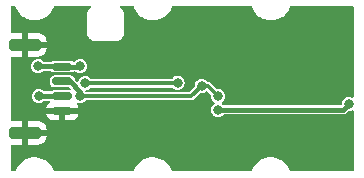
<source format=gbr>
%TF.GenerationSoftware,KiCad,Pcbnew,7.0.7-7.0.7~ubuntu23.04.1*%
%TF.CreationDate,2023-10-01T20:37:26+00:00*%
%TF.ProjectId,TFCO201,5446434f-3230-4312-9e6b-696361645f70,rev?*%
%TF.SameCoordinates,Original*%
%TF.FileFunction,Copper,L1,Top*%
%TF.FilePolarity,Positive*%
%FSLAX46Y46*%
G04 Gerber Fmt 4.6, Leading zero omitted, Abs format (unit mm)*
G04 Created by KiCad (PCBNEW 7.0.7-7.0.7~ubuntu23.04.1) date 2023-10-01 20:37:26*
%MOMM*%
%LPD*%
G01*
G04 APERTURE LIST*
G04 Aperture macros list*
%AMRoundRect*
0 Rectangle with rounded corners*
0 $1 Rounding radius*
0 $2 $3 $4 $5 $6 $7 $8 $9 X,Y pos of 4 corners*
0 Add a 4 corners polygon primitive as box body*
4,1,4,$2,$3,$4,$5,$6,$7,$8,$9,$2,$3,0*
0 Add four circle primitives for the rounded corners*
1,1,$1+$1,$2,$3*
1,1,$1+$1,$4,$5*
1,1,$1+$1,$6,$7*
1,1,$1+$1,$8,$9*
0 Add four rect primitives between the rounded corners*
20,1,$1+$1,$2,$3,$4,$5,0*
20,1,$1+$1,$4,$5,$6,$7,0*
20,1,$1+$1,$6,$7,$8,$9,0*
20,1,$1+$1,$8,$9,$2,$3,0*%
G04 Aperture macros list end*
%TA.AperFunction,SMDPad,CuDef*%
%ADD10RoundRect,0.150000X-0.700000X0.150000X-0.700000X-0.150000X0.700000X-0.150000X0.700000X0.150000X0*%
%TD*%
%TA.AperFunction,SMDPad,CuDef*%
%ADD11RoundRect,0.250000X-1.100000X0.250000X-1.100000X-0.250000X1.100000X-0.250000X1.100000X0.250000X0*%
%TD*%
%TA.AperFunction,ViaPad*%
%ADD12C,0.800000*%
%TD*%
%TA.AperFunction,Conductor*%
%ADD13C,0.400000*%
%TD*%
%TA.AperFunction,Conductor*%
%ADD14C,0.300000*%
%TD*%
G04 APERTURE END LIST*
D10*
%TO.P,J2,1*%
%TO.N,+5V*%
X4847200Y9375000D03*
%TO.P,J2,2*%
%TO.N,/SCL*%
X4847200Y8125000D03*
%TO.P,J2,3*%
%TO.N,/SDA*%
X4847200Y6875000D03*
%TO.P,J2,4*%
%TO.N,GND*%
X4847200Y5625000D03*
D11*
%TO.P,J2,MP*%
X1647200Y11225000D03*
X1647200Y3775000D03*
%TD*%
D12*
%TO.N,GND*%
X4191000Y4318000D03*
X1143000Y12827000D03*
X3937000Y12065000D03*
X2159000Y12827000D03*
X3175000Y12827000D03*
X1143000Y5461000D03*
X1143000Y2286000D03*
X1651000Y9779000D03*
X3429000Y2286000D03*
X4191000Y3175000D03*
X1016000Y8890000D03*
X2286000Y2286000D03*
X5080000Y10668000D03*
X1016000Y7747000D03*
X9046000Y11125000D03*
X9121000Y5875000D03*
X1016000Y6604000D03*
X4064000Y10668000D03*
%TO.N,+3V3*%
X18022250Y5726750D03*
X29100500Y6223000D03*
%TO.N,+5V*%
X2794000Y9398000D03*
X6350000Y9398000D03*
%TO.N,/SDA*%
X2850000Y6875000D03*
X6771000Y7950000D03*
X14595408Y8010572D03*
%TO.N,/SCL*%
X18030486Y6862177D03*
X6350000Y6858000D03*
X16637010Y7747000D03*
%TD*%
D13*
%TO.N,GND*%
X5537000Y11125000D02*
X5080000Y10668000D01*
X6796000Y5625000D02*
X4650000Y5625000D01*
X9046000Y11125000D02*
X5537000Y11125000D01*
X9121000Y5875000D02*
X7046000Y5875000D01*
X7046000Y5875000D02*
X6796000Y5625000D01*
%TO.N,+3V3*%
X28604250Y5726750D02*
X18022250Y5726750D01*
X29100500Y6223000D02*
X28604250Y5726750D01*
%TO.N,+5V*%
X4627000Y9398000D02*
X4650000Y9375000D01*
X6327000Y9375000D02*
X6350000Y9398000D01*
X4650000Y9375000D02*
X6327000Y9375000D01*
X2794000Y9398000D02*
X4627000Y9398000D01*
%TO.N,/SDA*%
X4650000Y6875000D02*
X2850000Y6875000D01*
D14*
X6771000Y7950000D02*
X14534836Y7950000D01*
X14534836Y7950000D02*
X14595408Y8010572D01*
%TO.N,/SCL*%
X15748010Y6858000D02*
X16637010Y7747000D01*
X16637010Y7747000D02*
X17145663Y7747000D01*
D13*
X4650000Y8125000D02*
X5465334Y8125000D01*
D14*
X17145663Y7747000D02*
X18030486Y6862177D01*
X6350000Y6858000D02*
X15748010Y6858000D01*
D13*
X6350000Y7240334D02*
X6350000Y6858000D01*
X5465334Y8125000D02*
X6350000Y7240334D01*
%TD*%
%TA.AperFunction,Conductor*%
%TO.N,GND*%
G36*
X868423Y14482187D02*
G01*
X890499Y14450517D01*
X943721Y14302332D01*
X993279Y14211195D01*
X1068456Y14072947D01*
X1068458Y14072944D01*
X1068459Y14072943D01*
X1226750Y13865284D01*
X1414886Y13684222D01*
X1527491Y13605018D01*
X1628457Y13534000D01*
X1628459Y13533999D01*
X1862456Y13418139D01*
X2046937Y13359758D01*
X2111395Y13339359D01*
X2369445Y13299500D01*
X2565172Y13299500D01*
X2565177Y13299500D01*
X2760344Y13314484D01*
X2760350Y13314486D01*
X2760354Y13314486D01*
X2866647Y13339360D01*
X3014586Y13373979D01*
X3256766Y13471586D01*
X3361752Y13534001D01*
X3481204Y13605015D01*
X3481205Y13605017D01*
X3481208Y13605018D01*
X3682652Y13771148D01*
X3856375Y13966080D01*
X3998306Y14185247D01*
X4105118Y14423511D01*
X4111053Y14445110D01*
X4140352Y14486387D01*
X4182408Y14499500D01*
X7211729Y14499500D01*
X7259295Y14482187D01*
X7284605Y14438350D01*
X7275815Y14388500D01*
X7252841Y14363971D01*
X7189711Y14321790D01*
X7078210Y14210289D01*
X6990603Y14079175D01*
X6930264Y13933502D01*
X6930261Y13933492D01*
X6899500Y13778841D01*
X6899500Y12221160D01*
X6930261Y12066509D01*
X6930264Y12066499D01*
X6990603Y11920826D01*
X6990605Y11920823D01*
X6990606Y11920821D01*
X7078211Y11789711D01*
X7189711Y11678211D01*
X7320821Y11590606D01*
X7320826Y11590604D01*
X7320825Y11590604D01*
X7466498Y11530265D01*
X7466503Y11530263D01*
X7621158Y11499500D01*
X7621160Y11499500D01*
X9378840Y11499500D01*
X9378842Y11499500D01*
X9533497Y11530263D01*
X9679179Y11590606D01*
X9810289Y11678211D01*
X9921789Y11789711D01*
X10009394Y11920821D01*
X10069737Y12066503D01*
X10100500Y12221158D01*
X10100500Y12300000D01*
X10100500Y12365892D01*
X10100500Y13735799D01*
X10100500Y13735800D01*
X10100500Y13778842D01*
X10069737Y13933497D01*
X10069735Y13933502D01*
X10009396Y14079175D01*
X10009395Y14079177D01*
X10009394Y14079179D01*
X9921789Y14210289D01*
X9810289Y14321789D01*
X9747158Y14363972D01*
X9717227Y14404793D01*
X9720538Y14455303D01*
X9755542Y14491869D01*
X9788271Y14499500D01*
X10820857Y14499500D01*
X10868423Y14482187D01*
X10890499Y14450517D01*
X10943721Y14302332D01*
X10993279Y14211195D01*
X11068456Y14072947D01*
X11068458Y14072944D01*
X11068459Y14072943D01*
X11226750Y13865284D01*
X11414886Y13684222D01*
X11527491Y13605018D01*
X11628457Y13534000D01*
X11628459Y13533999D01*
X11862456Y13418139D01*
X12046937Y13359758D01*
X12111395Y13339359D01*
X12369445Y13299500D01*
X12565172Y13299500D01*
X12565177Y13299500D01*
X12760344Y13314484D01*
X12760350Y13314486D01*
X12760354Y13314486D01*
X12866647Y13339360D01*
X13014586Y13373979D01*
X13256766Y13471586D01*
X13361752Y13534001D01*
X13481204Y13605015D01*
X13481205Y13605017D01*
X13481208Y13605018D01*
X13682652Y13771148D01*
X13856375Y13966080D01*
X13998306Y14185247D01*
X14105118Y14423511D01*
X14111053Y14445110D01*
X14140352Y14486387D01*
X14182408Y14499500D01*
X20820857Y14499500D01*
X20868423Y14482187D01*
X20890499Y14450517D01*
X20943721Y14302332D01*
X20993279Y14211195D01*
X21068456Y14072947D01*
X21068458Y14072944D01*
X21068459Y14072943D01*
X21226750Y13865284D01*
X21414886Y13684222D01*
X21527491Y13605018D01*
X21628457Y13534000D01*
X21628459Y13533999D01*
X21862456Y13418139D01*
X22046937Y13359758D01*
X22111395Y13339359D01*
X22369445Y13299500D01*
X22565172Y13299500D01*
X22565177Y13299500D01*
X22760344Y13314484D01*
X22760350Y13314486D01*
X22760354Y13314486D01*
X22866647Y13339360D01*
X23014586Y13373979D01*
X23256766Y13471586D01*
X23361752Y13534001D01*
X23481204Y13605015D01*
X23481205Y13605017D01*
X23481208Y13605018D01*
X23682652Y13771148D01*
X23856375Y13966080D01*
X23998306Y14185247D01*
X24105118Y14423511D01*
X24111053Y14445110D01*
X24140352Y14486387D01*
X24182408Y14499500D01*
X29425500Y14499500D01*
X29473066Y14482187D01*
X29498376Y14438350D01*
X29499500Y14425500D01*
X29499500Y6818455D01*
X29482187Y6770889D01*
X29438350Y6745579D01*
X29397182Y6750088D01*
X29257264Y6808044D01*
X29257260Y6808045D01*
X29100500Y6828682D01*
X28943739Y6808045D01*
X28943738Y6808045D01*
X28797658Y6747536D01*
X28672220Y6651285D01*
X28672215Y6651280D01*
X28575964Y6525842D01*
X28515455Y6379762D01*
X28515455Y6379761D01*
X28494818Y6223001D01*
X28494818Y6218151D01*
X28493229Y6218151D01*
X28483661Y6175032D01*
X28473588Y6162482D01*
X28460033Y6148927D01*
X28414161Y6127532D01*
X28407706Y6127250D01*
X18508342Y6127250D01*
X18460776Y6144563D01*
X18453995Y6151645D01*
X18453957Y6151606D01*
X18450527Y6155037D01*
X18349449Y6232596D01*
X18322251Y6275287D01*
X18328858Y6325473D01*
X18349449Y6350012D01*
X18350038Y6350464D01*
X18458768Y6433895D01*
X18555022Y6559336D01*
X18615530Y6705415D01*
X18636168Y6862177D01*
X18615530Y7018939D01*
X18555022Y7165018D01*
X18510942Y7222464D01*
X18458770Y7290457D01*
X18458765Y7290462D01*
X18333327Y7386713D01*
X18187247Y7447222D01*
X18051122Y7465143D01*
X18030486Y7467859D01*
X18030485Y7467859D01*
X17969461Y7459826D01*
X17920042Y7470783D01*
X17907477Y7480867D01*
X17424633Y7963712D01*
X17415008Y7975564D01*
X17407100Y7987669D01*
X17379932Y8008814D01*
X17376501Y8011844D01*
X17372970Y8015375D01*
X17355224Y8028045D01*
X17314789Y8059517D01*
X17309399Y8062434D01*
X17309568Y8062748D01*
X17307393Y8063868D01*
X17307237Y8063547D01*
X17301725Y8066242D01*
X17252617Y8080862D01*
X17204152Y8097501D01*
X17198106Y8098509D01*
X17198164Y8098862D01*
X17195746Y8099214D01*
X17195702Y8098858D01*
X17189618Y8099617D01*
X17189617Y8099617D01*
X17189615Y8099617D01*
X17163770Y8098548D01*
X17115529Y8113881D01*
X17102005Y8127437D01*
X17065294Y8175280D01*
X17065289Y8175285D01*
X16939851Y8271536D01*
X16793771Y8332045D01*
X16637010Y8352682D01*
X16480249Y8332045D01*
X16480248Y8332045D01*
X16334168Y8271536D01*
X16208730Y8175285D01*
X16208725Y8175280D01*
X16112474Y8049842D01*
X16051965Y7903762D01*
X16051965Y7903761D01*
X16031328Y7747000D01*
X16039361Y7685978D01*
X16028405Y7636559D01*
X16018320Y7623994D01*
X15624502Y7230174D01*
X15578626Y7208782D01*
X15572176Y7208500D01*
X6874459Y7208500D01*
X6826893Y7225813D01*
X6815757Y7237444D01*
X6815199Y7238171D01*
X6799971Y7286445D01*
X6819336Y7333213D01*
X6864229Y7356592D01*
X6927762Y7364956D01*
X7073841Y7425464D01*
X7199282Y7521718D01*
X7212316Y7538705D01*
X7236751Y7570548D01*
X7279442Y7597746D01*
X7295459Y7599500D01*
X14119578Y7599500D01*
X14164626Y7584208D01*
X14237931Y7527959D01*
X14292567Y7486036D01*
X14438646Y7425528D01*
X14595408Y7404890D01*
X14752170Y7425528D01*
X14898249Y7486036D01*
X15023690Y7582290D01*
X15119944Y7707731D01*
X15180452Y7853810D01*
X15201090Y8010572D01*
X15180452Y8167334D01*
X15119944Y8313413D01*
X15070170Y8378280D01*
X15023692Y8438852D01*
X15023687Y8438857D01*
X14898249Y8535108D01*
X14752169Y8595617D01*
X14595408Y8616254D01*
X14438647Y8595617D01*
X14438646Y8595617D01*
X14292566Y8535108D01*
X14167128Y8438857D01*
X14167123Y8438852D01*
X14083178Y8329452D01*
X14040486Y8302254D01*
X14024470Y8300500D01*
X7295459Y8300500D01*
X7247893Y8317813D01*
X7236751Y8329452D01*
X7199284Y8378280D01*
X7199279Y8378285D01*
X7073841Y8474536D01*
X6927761Y8535045D01*
X6771000Y8555682D01*
X6614239Y8535045D01*
X6614238Y8535045D01*
X6468158Y8474536D01*
X6342720Y8378285D01*
X6342715Y8378280D01*
X6246464Y8252842D01*
X6188506Y8112921D01*
X6154308Y8075601D01*
X6104122Y8068994D01*
X6067813Y8088914D01*
X5919374Y8237353D01*
X5897982Y8283229D01*
X5897700Y8289679D01*
X5897700Y8308254D01*
X5897700Y8308260D01*
X5887773Y8376393D01*
X5836398Y8481483D01*
X5753683Y8564198D01*
X5753682Y8564199D01*
X5648594Y8615573D01*
X5580464Y8625500D01*
X5580460Y8625500D01*
X4113940Y8625500D01*
X4113935Y8625500D01*
X4045806Y8615573D01*
X4045805Y8615573D01*
X3940717Y8564199D01*
X3858001Y8481483D01*
X3806627Y8376395D01*
X3806627Y8376394D01*
X3796700Y8308265D01*
X3796700Y7941736D01*
X3806627Y7873607D01*
X3806627Y7873606D01*
X3858001Y7768518D01*
X3858001Y7768517D01*
X3858002Y7768517D01*
X3940717Y7685802D01*
X4045807Y7634427D01*
X4113940Y7624500D01*
X5368789Y7624500D01*
X5416355Y7607187D01*
X5421115Y7602826D01*
X5522115Y7501826D01*
X5543507Y7455950D01*
X5530406Y7407055D01*
X5488942Y7378021D01*
X5469789Y7375500D01*
X4113935Y7375500D01*
X4045806Y7365573D01*
X4045805Y7365573D01*
X3940717Y7314199D01*
X3923693Y7297174D01*
X3877817Y7275782D01*
X3871367Y7275500D01*
X3336092Y7275500D01*
X3288526Y7292813D01*
X3281745Y7299895D01*
X3281707Y7299856D01*
X3278277Y7303287D01*
X3152841Y7399536D01*
X3006761Y7460045D01*
X2850000Y7480682D01*
X2693239Y7460045D01*
X2693238Y7460045D01*
X2547158Y7399536D01*
X2421720Y7303285D01*
X2421715Y7303280D01*
X2325464Y7177842D01*
X2264955Y7031762D01*
X2264955Y7031761D01*
X2244318Y6875000D01*
X2264955Y6718240D01*
X2264955Y6718239D01*
X2325464Y6572159D01*
X2421715Y6446721D01*
X2421720Y6446716D01*
X2443875Y6429716D01*
X2547159Y6350464D01*
X2693238Y6289956D01*
X2850000Y6269318D01*
X3006762Y6289956D01*
X3152841Y6350464D01*
X3278282Y6446718D01*
X3278285Y6446723D01*
X3281707Y6450144D01*
X3282831Y6449020D01*
X3320077Y6472746D01*
X3336092Y6474500D01*
X3766866Y6474500D01*
X3814432Y6457187D01*
X3839742Y6413350D01*
X3830952Y6363500D01*
X3804535Y6336805D01*
X3740701Y6299055D01*
X3623145Y6181499D01*
X3538518Y6038402D01*
X3492207Y5879000D01*
X6202192Y5879000D01*
X6155881Y6038402D01*
X6072949Y6178632D01*
X6063638Y6228387D01*
X6088487Y6272487D01*
X6135869Y6290297D01*
X6164962Y6284669D01*
X6193238Y6272956D01*
X6350000Y6252318D01*
X6506762Y6272956D01*
X6652841Y6333464D01*
X6778282Y6429718D01*
X6799360Y6457187D01*
X6815751Y6478548D01*
X6858442Y6505746D01*
X6874459Y6507500D01*
X15703985Y6507500D01*
X15719169Y6505926D01*
X15733325Y6502957D01*
X15767491Y6507217D01*
X15772071Y6507500D01*
X15777045Y6507500D01*
X15777050Y6507500D01*
X15798550Y6511088D01*
X15849403Y6517427D01*
X15849411Y6517432D01*
X15855278Y6519177D01*
X15855381Y6518830D01*
X15857706Y6519575D01*
X15857589Y6519916D01*
X15863389Y6521908D01*
X15863391Y6521908D01*
X15885922Y6534102D01*
X15908455Y6546296D01*
X15954494Y6568802D01*
X15959486Y6572366D01*
X15959694Y6572074D01*
X15961650Y6573532D01*
X15961429Y6573816D01*
X15966263Y6577580D01*
X15966268Y6577582D01*
X16000967Y6615276D01*
X16514002Y7128313D01*
X16559877Y7149704D01*
X16575981Y7149354D01*
X16637010Y7141318D01*
X16793772Y7161956D01*
X16939851Y7222464D01*
X17021148Y7284846D01*
X17069420Y7300066D01*
X17116186Y7280695D01*
X17118519Y7278462D01*
X17411796Y6985185D01*
X17433188Y6939309D01*
X17432837Y6923201D01*
X17424804Y6862178D01*
X17445441Y6705417D01*
X17445441Y6705416D01*
X17505950Y6559336D01*
X17602201Y6433898D01*
X17602206Y6433893D01*
X17703286Y6356332D01*
X17730484Y6313641D01*
X17723877Y6263455D01*
X17703287Y6238916D01*
X17593967Y6155032D01*
X17593965Y6155030D01*
X17497714Y6029592D01*
X17437205Y5883512D01*
X17437205Y5883511D01*
X17416568Y5726751D01*
X17437205Y5569990D01*
X17437205Y5569989D01*
X17497714Y5423909D01*
X17593965Y5298471D01*
X17593970Y5298466D01*
X17593973Y5298464D01*
X17719409Y5202214D01*
X17865488Y5141706D01*
X18022250Y5121068D01*
X18179012Y5141706D01*
X18325091Y5202214D01*
X18450532Y5298468D01*
X18450535Y5298473D01*
X18453957Y5301894D01*
X18455081Y5300770D01*
X18492327Y5324496D01*
X18508342Y5326250D01*
X28667683Y5326250D01*
X28692503Y5334316D01*
X28703782Y5337023D01*
X28729554Y5341104D01*
X28752803Y5352952D01*
X28763522Y5357391D01*
X28788340Y5365454D01*
X28809448Y5380791D01*
X28819350Y5386858D01*
X28842590Y5398699D01*
X28842592Y5398700D01*
X28860939Y5417048D01*
X28860944Y5417052D01*
X28865156Y5421265D01*
X28865159Y5421266D01*
X29039978Y5596086D01*
X29085852Y5617477D01*
X29095650Y5617263D01*
X29095650Y5617318D01*
X29100499Y5617318D01*
X29100499Y5617319D01*
X29100500Y5617318D01*
X29257262Y5637956D01*
X29397182Y5695914D01*
X29447752Y5698121D01*
X29487911Y5667306D01*
X29499500Y5627546D01*
X29499500Y574500D01*
X29482187Y526934D01*
X29438350Y501624D01*
X29425500Y500500D01*
X24179143Y500500D01*
X24131577Y517813D01*
X24109500Y549484D01*
X24056279Y697668D01*
X23931541Y927057D01*
X23773250Y1134716D01*
X23585114Y1315778D01*
X23527279Y1356458D01*
X23371542Y1466001D01*
X23371540Y1466002D01*
X23137543Y1581862D01*
X22888606Y1660641D01*
X22630555Y1700500D01*
X22434823Y1700500D01*
X22365249Y1695159D01*
X22239660Y1685517D01*
X22239645Y1685515D01*
X21985412Y1626021D01*
X21743239Y1528417D01*
X21743222Y1528408D01*
X21518795Y1394986D01*
X21518792Y1394983D01*
X21317344Y1228849D01*
X21143628Y1033925D01*
X21143624Y1033919D01*
X21001693Y814753D01*
X21001693Y814752D01*
X20894886Y576500D01*
X20894883Y576492D01*
X20894882Y576489D01*
X20894336Y574500D01*
X20888947Y554891D01*
X20859648Y513613D01*
X20817592Y500500D01*
X14179143Y500500D01*
X14131577Y517813D01*
X14109500Y549484D01*
X14056279Y697668D01*
X13931541Y927057D01*
X13773250Y1134716D01*
X13585114Y1315778D01*
X13527279Y1356458D01*
X13371542Y1466001D01*
X13371540Y1466002D01*
X13137543Y1581862D01*
X12888606Y1660641D01*
X12630555Y1700500D01*
X12434823Y1700500D01*
X12365249Y1695159D01*
X12239660Y1685517D01*
X12239645Y1685515D01*
X11985412Y1626021D01*
X11743239Y1528417D01*
X11743222Y1528408D01*
X11518795Y1394986D01*
X11518792Y1394983D01*
X11317344Y1228849D01*
X11143628Y1033925D01*
X11143624Y1033919D01*
X11001693Y814753D01*
X11001693Y814752D01*
X10894886Y576500D01*
X10894883Y576492D01*
X10894882Y576489D01*
X10894336Y574500D01*
X10888947Y554891D01*
X10859648Y513613D01*
X10817592Y500500D01*
X4179143Y500500D01*
X4131577Y517813D01*
X4109500Y549484D01*
X4056279Y697668D01*
X3931541Y927057D01*
X3773250Y1134716D01*
X3585114Y1315778D01*
X3527279Y1356458D01*
X3371542Y1466001D01*
X3371540Y1466002D01*
X3137543Y1581862D01*
X2888606Y1660641D01*
X2630555Y1700500D01*
X2434823Y1700500D01*
X2365249Y1695159D01*
X2239660Y1685517D01*
X2239645Y1685515D01*
X1985412Y1626021D01*
X1743239Y1528417D01*
X1743222Y1528408D01*
X1518795Y1394986D01*
X1518792Y1394983D01*
X1317344Y1228849D01*
X1143628Y1033925D01*
X1143624Y1033919D01*
X1001693Y814753D01*
X1001693Y814752D01*
X894886Y576500D01*
X894883Y576492D01*
X894882Y576489D01*
X894336Y574500D01*
X888947Y554891D01*
X859648Y513613D01*
X817592Y500500D01*
X574500Y500500D01*
X526934Y517813D01*
X501624Y561650D01*
X500500Y574500D01*
X500500Y2693000D01*
X517813Y2740566D01*
X561650Y2765876D01*
X574500Y2767000D01*
X1393199Y2767000D01*
X1393199Y3521000D01*
X1901200Y3521000D01*
X1901200Y2767000D01*
X2797703Y2767000D01*
X2797704Y2767001D01*
X2901525Y2777607D01*
X3069724Y2833343D01*
X3220538Y2926366D01*
X3220542Y2926368D01*
X3345832Y3051658D01*
X3345834Y3051662D01*
X3438857Y3202476D01*
X3494593Y3370675D01*
X3505199Y3474496D01*
X3505200Y3474498D01*
X3505200Y3521000D01*
X1901200Y3521000D01*
X1393199Y3521000D01*
X1393200Y4783000D01*
X1901200Y4783000D01*
X1901200Y4029000D01*
X3505200Y4029000D01*
X3505200Y4075503D01*
X3505199Y4075505D01*
X3494593Y4179326D01*
X3438857Y4347525D01*
X3345834Y4498339D01*
X3345832Y4498342D01*
X3220542Y4623632D01*
X3220538Y4623635D01*
X3069724Y4716658D01*
X2901525Y4772394D01*
X2797704Y4783000D01*
X1901200Y4783000D01*
X1393200Y4783000D01*
X574500Y4783000D01*
X526934Y4800313D01*
X501624Y4844150D01*
X500500Y4857000D01*
X500500Y5371000D01*
X3492207Y5371000D01*
X3538518Y5211599D01*
X3623145Y5068502D01*
X3740701Y4950946D01*
X3883798Y4866319D01*
X4043446Y4819936D01*
X4080742Y4817000D01*
X4593199Y4817001D01*
X4593200Y4817002D01*
X4593200Y5371000D01*
X5101200Y5371000D01*
X5101200Y4817001D01*
X5613655Y4817001D01*
X5650952Y4819936D01*
X5810601Y4866319D01*
X5953698Y4950946D01*
X6071254Y5068502D01*
X6155881Y5211599D01*
X6202193Y5371000D01*
X5101200Y5371000D01*
X4593200Y5371000D01*
X3492207Y5371000D01*
X500500Y5371000D01*
X500500Y9398000D01*
X2188318Y9398000D01*
X2208955Y9241240D01*
X2208955Y9241239D01*
X2269464Y9095159D01*
X2365715Y8969721D01*
X2365720Y8969716D01*
X2387732Y8952826D01*
X2491159Y8873464D01*
X2637238Y8812956D01*
X2794000Y8792318D01*
X2950762Y8812956D01*
X3096841Y8873464D01*
X3222282Y8969718D01*
X3222285Y8969723D01*
X3225707Y8973144D01*
X3226831Y8972020D01*
X3264077Y8995746D01*
X3280092Y8997500D01*
X3848367Y8997500D01*
X3895933Y8980187D01*
X3900693Y8975826D01*
X3940717Y8935802D01*
X4045807Y8884427D01*
X4113940Y8874500D01*
X4113946Y8874500D01*
X5580454Y8874500D01*
X5580460Y8874500D01*
X5648593Y8884427D01*
X5753683Y8935802D01*
X5770707Y8952827D01*
X5816583Y8974218D01*
X5823033Y8974500D01*
X5890366Y8974500D01*
X5935414Y8959208D01*
X5965918Y8935802D01*
X6047159Y8873464D01*
X6193238Y8812956D01*
X6350000Y8792318D01*
X6506762Y8812956D01*
X6652841Y8873464D01*
X6778282Y8969718D01*
X6874536Y9095159D01*
X6935044Y9241238D01*
X6955682Y9398000D01*
X6935044Y9554762D01*
X6874536Y9700841D01*
X6817248Y9775500D01*
X6778284Y9826280D01*
X6778279Y9826285D01*
X6652841Y9922536D01*
X6506761Y9983045D01*
X6350000Y10003682D01*
X6193239Y9983045D01*
X6193238Y9983045D01*
X6047158Y9922536D01*
X5921720Y9826285D01*
X5921719Y9826284D01*
X5921716Y9826280D01*
X5904966Y9804452D01*
X5862276Y9777254D01*
X5846259Y9775500D01*
X5823033Y9775500D01*
X5775467Y9792813D01*
X5770707Y9797174D01*
X5753682Y9814199D01*
X5648594Y9865573D01*
X5580464Y9875500D01*
X5580460Y9875500D01*
X4113940Y9875500D01*
X4113935Y9875500D01*
X4045806Y9865573D01*
X4045805Y9865573D01*
X3940717Y9814199D01*
X3938022Y9812274D01*
X3895024Y9798500D01*
X3280092Y9798500D01*
X3232526Y9815813D01*
X3225745Y9822895D01*
X3225707Y9822856D01*
X3222277Y9826287D01*
X3096841Y9922536D01*
X2950761Y9983045D01*
X2794000Y10003682D01*
X2637239Y9983045D01*
X2637238Y9983045D01*
X2491158Y9922536D01*
X2365720Y9826285D01*
X2365715Y9826280D01*
X2269464Y9700842D01*
X2208955Y9554762D01*
X2208955Y9554761D01*
X2188318Y9398000D01*
X500500Y9398000D01*
X500500Y10143000D01*
X517813Y10190566D01*
X561650Y10215876D01*
X574500Y10217000D01*
X1393199Y10217000D01*
X1393199Y10971000D01*
X1901200Y10971000D01*
X1901200Y10217000D01*
X2797703Y10217000D01*
X2797704Y10217001D01*
X2901525Y10227607D01*
X3069724Y10283343D01*
X3220538Y10376366D01*
X3220542Y10376368D01*
X3345832Y10501658D01*
X3345834Y10501662D01*
X3438857Y10652476D01*
X3494593Y10820675D01*
X3505199Y10924496D01*
X3505200Y10924498D01*
X3505200Y10971000D01*
X1901200Y10971000D01*
X1393199Y10971000D01*
X1393200Y12233000D01*
X1901200Y12233000D01*
X1901200Y11479000D01*
X3505200Y11479000D01*
X3505200Y11525503D01*
X3505199Y11525505D01*
X3494593Y11629326D01*
X3438857Y11797525D01*
X3345834Y11948339D01*
X3345832Y11948342D01*
X3220542Y12073632D01*
X3220538Y12073635D01*
X3069724Y12166658D01*
X2901525Y12222394D01*
X2797704Y12233000D01*
X1901200Y12233000D01*
X1393200Y12233000D01*
X574500Y12233000D01*
X526934Y12250313D01*
X501624Y12294150D01*
X500500Y12307000D01*
X500500Y14425500D01*
X517813Y14473066D01*
X561650Y14498376D01*
X574500Y14499500D01*
X820857Y14499500D01*
X868423Y14482187D01*
G37*
%TD.AperFunction*%
%TD*%
M02*

</source>
